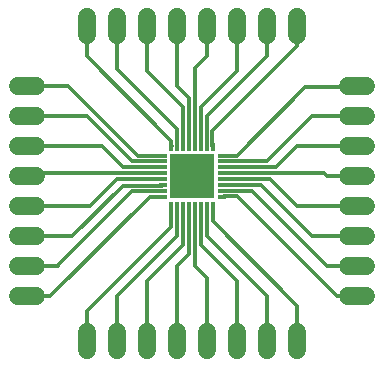
<source format=gbr>
G04 EAGLE Gerber RS-274X export*
G75*
%MOMM*%
%FSLAX34Y34*%
%LPD*%
%INTop Copper*%
%IPPOS*%
%AMOC8*
5,1,8,0,0,1.08239X$1,22.5*%
G01*
%ADD10C,1.524000*%
%ADD11R,0.800000X0.300000*%
%ADD12R,0.300000X0.800000*%
%ADD13R,3.750000X3.750000*%
%ADD14C,0.304800*%
%ADD15C,0.152400*%


D10*
X228600Y426720D02*
X228600Y411480D01*
X254000Y411480D02*
X254000Y426720D01*
X279400Y426720D02*
X279400Y411480D01*
X304800Y411480D02*
X304800Y426720D01*
X330200Y426720D02*
X330200Y411480D01*
X355600Y411480D02*
X355600Y426720D01*
X381000Y426720D02*
X381000Y411480D01*
X203200Y411480D02*
X203200Y426720D01*
X424180Y215900D02*
X439420Y215900D01*
X439420Y241300D02*
X424180Y241300D01*
X424180Y266700D02*
X439420Y266700D01*
X439420Y292100D02*
X424180Y292100D01*
X424180Y317500D02*
X439420Y317500D01*
X439420Y342900D02*
X424180Y342900D01*
X424180Y368300D02*
X439420Y368300D01*
X439420Y190500D02*
X424180Y190500D01*
X228600Y160020D02*
X228600Y144780D01*
X254000Y144780D02*
X254000Y160020D01*
X279400Y160020D02*
X279400Y144780D01*
X304800Y144780D02*
X304800Y160020D01*
X330200Y160020D02*
X330200Y144780D01*
X355600Y144780D02*
X355600Y160020D01*
X381000Y160020D02*
X381000Y144780D01*
X203200Y144780D02*
X203200Y160020D01*
X160020Y215900D02*
X144780Y215900D01*
X144780Y241300D02*
X160020Y241300D01*
X160020Y266700D02*
X144780Y266700D01*
X144780Y292100D02*
X160020Y292100D01*
X160020Y317500D02*
X144780Y317500D01*
X144780Y342900D02*
X160020Y342900D01*
X160020Y368300D02*
X144780Y368300D01*
X144780Y190500D02*
X160020Y190500D01*
D11*
X267100Y309600D03*
X267100Y304600D03*
X267100Y299600D03*
X267100Y294600D03*
X267100Y289600D03*
X267100Y284600D03*
X267100Y279600D03*
X267100Y274600D03*
D12*
X274600Y267100D03*
X279600Y267100D03*
X284600Y267100D03*
X289600Y267100D03*
X294600Y267100D03*
X299600Y267100D03*
X304600Y267100D03*
X309600Y267100D03*
D11*
X317100Y274600D03*
X317100Y279600D03*
X317100Y284600D03*
X317100Y289600D03*
X317100Y294600D03*
X317100Y299600D03*
X317100Y304600D03*
X317100Y309600D03*
D12*
X309600Y317100D03*
X304600Y317100D03*
X299600Y317100D03*
X294600Y317100D03*
X289600Y317100D03*
X284600Y317100D03*
X279600Y317100D03*
X274600Y317100D03*
D13*
X292100Y292100D03*
D14*
X309600Y317100D02*
X309172Y317528D01*
X309172Y330200D01*
X381000Y402028D02*
X381000Y419100D01*
X381000Y402028D02*
X309172Y330200D01*
X304600Y342700D02*
X304600Y317100D01*
X355600Y393700D02*
X355600Y419100D01*
X355600Y393700D02*
X304600Y342700D01*
X299600Y350400D02*
X299600Y317100D01*
X299600Y350400D02*
X330200Y381000D01*
X330200Y419100D01*
X294600Y383500D02*
X294600Y317100D01*
X294600Y383500D02*
X304800Y393700D01*
X304800Y419100D01*
X289600Y358100D02*
X289600Y317100D01*
X289600Y358100D02*
X279400Y368300D01*
X279400Y419100D01*
X284600Y350400D02*
X284600Y317100D01*
X254000Y381000D02*
X254000Y419100D01*
X254000Y381000D02*
X284600Y350400D01*
X279600Y332094D02*
X228600Y383094D01*
X228600Y419100D01*
X279600Y332094D02*
X279600Y317100D01*
X275000Y317500D02*
X274600Y317100D01*
X275000Y317500D02*
X275028Y317500D01*
X275028Y317528D02*
X274600Y317100D01*
X203200Y393700D02*
X203200Y419100D01*
X274600Y322300D02*
X274600Y317100D01*
X274600Y322300D02*
X203200Y393700D01*
D15*
X317100Y274600D02*
X318516Y274320D01*
X431292Y190500D02*
X431800Y190500D01*
D14*
X330200Y275028D02*
X318972Y275028D01*
X317278Y274778D02*
X317100Y274600D01*
X317278Y274778D02*
X318723Y274778D01*
X318972Y275028D01*
X414728Y190500D02*
X431800Y190500D01*
X414728Y190500D02*
X330200Y275028D01*
D15*
X318516Y278892D02*
X317100Y279600D01*
D14*
X317244Y279600D01*
X317363Y279505D01*
X318232Y279600D01*
X342700Y279600D01*
X411280Y215900D02*
X431800Y215900D01*
X406400Y215900D02*
X342700Y279600D01*
X406400Y215900D02*
X431800Y215900D01*
D15*
X318516Y283464D02*
X317100Y284600D01*
X431292Y242316D02*
X431800Y241300D01*
D14*
X350400Y284600D02*
X317100Y284600D01*
X393700Y241300D02*
X431800Y241300D01*
X393700Y241300D02*
X350400Y284600D01*
D15*
X318516Y289560D02*
X317100Y289600D01*
X431292Y266700D02*
X431800Y266700D01*
D14*
X358100Y289600D02*
X317100Y289600D01*
X381000Y266700D02*
X431800Y266700D01*
X381000Y266700D02*
X358100Y289600D01*
D15*
X429768Y294132D02*
X431800Y292100D01*
X318516Y294132D02*
X317100Y294600D01*
D14*
X403900Y294600D02*
X406400Y292100D01*
X431800Y292100D01*
X403900Y294600D02*
X317100Y294600D01*
D15*
X317100Y299600D02*
X318516Y300228D01*
D14*
X317100Y299600D02*
X363100Y299600D01*
X381000Y317500D01*
X431800Y317500D01*
D15*
X431800Y342900D02*
X431292Y342900D01*
D14*
X355400Y304600D02*
X317100Y304600D01*
X355400Y304600D02*
X355600Y304800D01*
X393700Y342900D01*
X431800Y342900D01*
D15*
X431292Y367284D02*
X422148Y367284D01*
D14*
X330200Y309600D02*
X317100Y309600D01*
X431292Y367792D02*
X431800Y368300D01*
X431292Y367792D02*
X431292Y367284D01*
X387884Y367284D02*
X330200Y309600D01*
X387884Y367284D02*
X422148Y367284D01*
X274600Y267100D02*
X274600Y249200D01*
X203200Y177800D02*
X203200Y152400D01*
X203200Y177800D02*
X274600Y249200D01*
X228600Y165100D02*
X228600Y152400D01*
X279600Y241300D02*
X279600Y267100D01*
X279600Y241300D02*
X228600Y190300D01*
X228600Y152400D01*
X254000Y152400D02*
X254000Y173736D01*
X284600Y241300D02*
X284600Y267100D01*
X284600Y241300D02*
X284600Y233800D01*
X254000Y203200D02*
X254000Y173736D01*
X254000Y203200D02*
X284600Y233800D01*
D15*
X280416Y152400D02*
X279400Y152400D01*
D14*
X289600Y226100D02*
X289600Y267100D01*
X279400Y205700D02*
X279400Y152400D01*
X279400Y215900D02*
X289600Y226100D01*
X279400Y215900D02*
X279400Y205700D01*
X294600Y215900D02*
X294600Y267100D01*
X294600Y215900D02*
X304800Y205700D01*
X304800Y152400D01*
D15*
X329184Y152400D02*
X330200Y152400D01*
D14*
X299600Y233800D02*
X299600Y267100D01*
X330200Y203200D02*
X330200Y152400D01*
X330200Y203200D02*
X299600Y233800D01*
D15*
X304800Y266700D02*
X304600Y267100D01*
X355092Y152400D02*
X355600Y152400D01*
D14*
X304600Y241500D02*
X304600Y267100D01*
X304600Y241500D02*
X304800Y241300D01*
X355600Y190500D01*
X355600Y152400D01*
X309600Y254000D02*
X309600Y267100D01*
X309600Y254000D02*
X381000Y182600D01*
X381000Y152400D01*
X267100Y309600D02*
X246100Y309600D01*
X245872Y309372D01*
X187400Y368300D02*
X152400Y368300D01*
X187400Y368300D02*
X246100Y309600D01*
X241500Y304600D02*
X267100Y304600D01*
X203200Y342900D02*
X152400Y342900D01*
X203200Y342900D02*
X241500Y304600D01*
X165100Y317500D02*
X152400Y317500D01*
X233800Y299600D02*
X267100Y299600D01*
X215900Y317500D02*
X152400Y317500D01*
X215900Y317500D02*
X233800Y299600D01*
X267100Y294600D02*
X154900Y294600D01*
X152400Y292100D01*
X228640Y289600D02*
X267100Y289600D01*
X228640Y289600D02*
X228600Y289560D01*
X205740Y266700D01*
X152400Y266700D01*
X153416Y242316D02*
X152400Y241300D01*
X266672Y284172D02*
X267100Y284600D01*
X266672Y284172D02*
X233372Y284172D01*
X190500Y241300D02*
X152400Y241300D01*
X190500Y241300D02*
X233372Y284172D01*
X152908Y216408D02*
X152400Y215900D01*
X177800Y216408D02*
X178308Y216408D01*
X177800Y216408D02*
X165100Y216408D01*
X152908Y216408D01*
X165100Y216408D02*
X165608Y215900D01*
X266900Y279400D02*
X267100Y279600D01*
X240792Y279400D02*
X177800Y216408D01*
X240792Y279400D02*
X266900Y279400D01*
X266872Y274828D02*
X267100Y274600D01*
X266872Y274828D02*
X256402Y274828D01*
X172074Y190500D02*
X152400Y190500D01*
X172074Y190500D02*
X256402Y274828D01*
M02*

</source>
